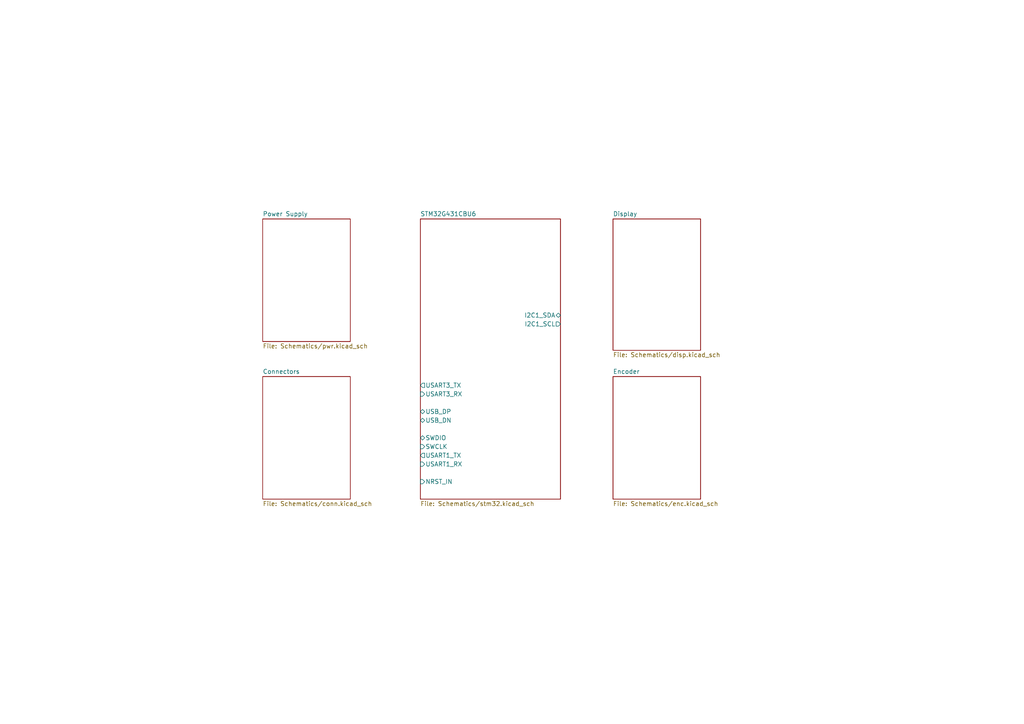
<source format=kicad_sch>
(kicad_sch (version 20230121) (generator eeschema)
  (paper "A4")
  (lib_symbols)
  (sheet (at 76.2 109.22) (size 25.4 35.56) (stroke (width 0.1524))
    (property "Sheetname" "Connectors" (at 76.2 108.5084 0) (effects (justify left bottom)))
    (property "Sheetfile" "Schematics/conn.kicad_sch" (at 76.2 145.3646 0) (effects (justify left top)))
  )
  (sheet (at 121.92 63.5) (size 40.64 81.28) (stroke (width 0.1524))
    (property "Sheetname" "STM32G431CBU6" (at 121.92 62.7884 0) (effects (justify left bottom)))
    (property "Sheetfile" "Schematics/stm32.kicad_sch" (at 121.92 145.3646 0) (effects (justify left top)))
    (pin "USB_DP" bidirectional (at 121.92 119.38 180))
    (pin "SWCLK" input (at 121.92 129.54 180))
    (pin "SWDIO" bidirectional (at 121.92 127 180))
    (pin "USB_DN" bidirectional (at 121.92 121.92 180))
    (pin "USART1_TX" output (at 121.92 132.08 180))
    (pin "USART1_RX" input (at 121.92 134.62 180))
    (pin "I2C1_SCL" output (at 162.56 93.98 0))
    (pin "I2C1_SDA" bidirectional (at 162.56 91.44 0))
    (pin "USART3_TX" output (at 121.92 111.76 180))
    (pin "USART3_RX" input (at 121.92 114.3 180))
    (pin "NRST_IN" input (at 121.92 139.7 180))
  )
  (sheet (at 177.8 109.22) (size 25.4 35.56) (stroke (width 0.1524))
    (property "Sheetname" "Encoder" (at 177.8 108.5084 0) (effects (justify left bottom)))
    (property "Sheetfile" "Schematics/enc.kicad_sch" (at 177.8 145.3646 0) (effects (justify left top)))
  )
  (sheet (at 76.2 63.5) (size 25.4 35.56) (stroke (width 0.1524))
    (property "Sheetname" "Power Supply" (at 76.2 62.7884 0) (effects (justify left bottom)))
    (property "Sheetfile" "Schematics/pwr.kicad_sch" (at 76.2 99.6446 0) (effects (justify left top)))
  )
  (sheet (at 177.8 63.5) (size 25.4 38.1) (stroke (width 0.1524))
    (property "Sheetname" "Display" (at 177.8 62.7884 0) (effects (justify left bottom)))
    (property "Sheetfile" "Schematics/disp.kicad_sch" (at 177.8 102.1846 0) (effects (justify left top)))
  )
)
</source>
